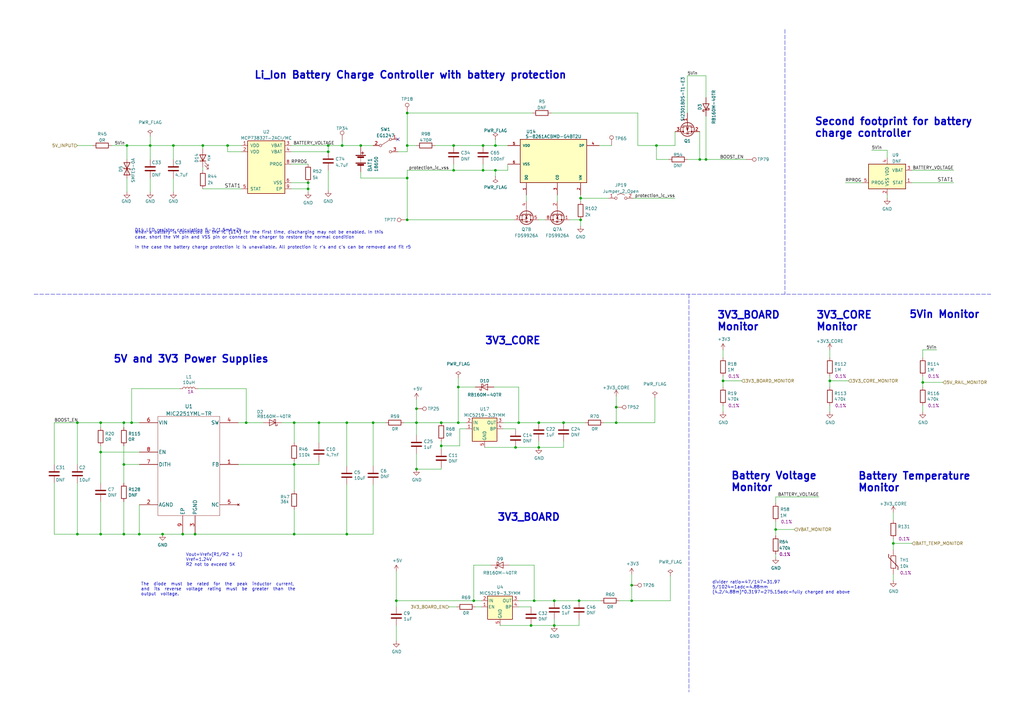
<source format=kicad_sch>
(kicad_sch (version 20211123) (generator eeschema)
  (paper "A3")
  (title_block (title "Open Smart Monitor") (date "2022-07-01") (rev "C") (company "Devtank LTD") (comment 1 "Part No: 304-010"))
  (junction (at 147.955 59.69))
  (junction (at 126.365 74.93))
  (junction (at 289.56 65.405))
  (junction (at 80.01 219.075))
  (junction (at 93.345 59.69))
  (junction (at 296.545 156.21))
  (junction (at 238.125 81.28))
  (junction (at 142.24 219.075))
  (junction (at 220.98 183.515))
  (junction (at 237.49 246.38))
  (junction (at 167.005 73.025))
  (junction (at 61.595 59.69))
  (junction (at 186.055 59.69))
  (junction (at 120.65 190.5))
  (junction (at 120.65 219.075))
  (junction (at 259.08 246.38))
  (junction (at 134.62 59.69))
  (junction (at 198.12 69.85))
  (junction (at 41.275 219.075))
  (junction (at 378.46 156.845))
  (junction (at 50.8 219.075))
  (junction (at 167.005 46.355))
  (junction (at 170.815 173.355))
  (junction (at 252.73 173.355))
  (junction (at 41.275 173.355))
  (junction (at 227.33 246.38))
  (junction (at 153.035 173.355))
  (junction (at 318.135 217.17))
  (junction (at 134.62 62.23))
  (junction (at 227.33 256.54))
  (junction (at 186.055 69.85))
  (junction (at 231.14 173.355))
  (junction (at 50.8 173.355))
  (junction (at 269.24 59.69))
  (junction (at 170.815 192.405))
  (junction (at 52.07 59.69))
  (junction (at 211.455 183.515))
  (junction (at 366.395 222.885))
  (junction (at 31.75 173.355))
  (junction (at 162.56 246.38))
  (junction (at 287.02 65.405))
  (junction (at 340.36 156.21))
  (junction (at 120.65 173.355))
  (junction (at 167.005 90.17))
  (junction (at 220.98 173.355))
  (junction (at 219.075 246.38))
  (junction (at 198.12 59.69))
  (junction (at 187.96 173.355))
  (junction (at 126.365 77.47))
  (junction (at 66.675 219.075))
  (junction (at 50.8 190.5))
  (junction (at 170.815 167.64))
  (junction (at 238.125 90.17))
  (junction (at 83.185 59.69))
  (junction (at 180.975 182.88))
  (junction (at 259.08 240.03))
  (junction (at 71.12 59.69))
  (junction (at 203.2 69.85))
  (junction (at 130.81 173.355))
  (junction (at 140.335 59.69))
  (junction (at 142.24 173.355))
  (junction (at 187.96 158.75))
  (junction (at 31.75 219.075))
  (junction (at 203.2 59.69))
  (junction (at 180.975 173.355))
  (junction (at 194.31 246.38))
  (junction (at 41.275 185.42))
  (junction (at 167.005 59.69))
  (junction (at 53.975 173.355))
  (junction (at 100.965 173.355))
  (junction (at 212.725 173.355))
  (junction (at 252.73 167.005))
  (junction (at 217.805 256.54))
  (junction (at 57.15 219.075))
  (junction (at 74.93 219.075))
  (no_connect (at 163.195 57.15))
  (wire (pts (xy 180.975 192.405) (xy 180.975 191.77)))
  (wire (pts (xy 120.65 201.295) (xy 120.65 190.5)))
  (wire (pts (xy 153.035 59.69) (xy 147.955 59.69)))
  (wire (pts (xy 340.36 166.37) (xy 340.36 168.91)))
  (wire (pts (xy 231.14 180.975) (xy 231.14 183.515)))
  (wire (pts (xy 274.955 236.22) (xy 274.955 246.38)))
  (wire (pts (xy 206.375 173.355) (xy 212.725 173.355)))
  (wire (pts (xy 120.65 173.355) (xy 130.81 173.355)))
  (wire (pts (xy 194.31 231.775) (xy 194.31 246.38)))
  (wire (pts (xy 281.94 65.405) (xy 287.02 65.405)))
  (wire (pts (xy 217.805 256.54) (xy 205.105 256.54)))
  (wire (pts (xy 71.12 78.74) (xy 71.12 73.025)))
  (wire (pts (xy 269.24 65.405) (xy 274.32 65.405)))
  (wire (pts (xy 296.545 156.21) (xy 304.165 156.21)))
  (wire (pts (xy 249.555 81.28) (xy 238.125 81.28)))
  (wire (pts (xy 269.24 59.69) (xy 276.86 59.69)))
  (wire (pts (xy 170.815 173.355) (xy 180.975 173.355)))
  (wire (pts (xy 363.855 81.28) (xy 363.855 80.01)))
  (wire (pts (xy 340.36 156.21) (xy 347.98 156.21)))
  (wire (pts (xy 165.735 173.355) (xy 170.815 173.355)))
  (wire (pts (xy 153.035 219.075) (xy 142.24 219.075)))
  (wire (pts (xy 219.075 246.38) (xy 227.33 246.38)))
  (wire (pts (xy 227.33 246.38) (xy 237.49 246.38)))
  (wire (pts (xy 130.81 181.61) (xy 130.81 173.355)))
  (wire (pts (xy 100.965 159.385) (xy 100.965 173.355)))
  (wire (pts (xy 120.65 173.355) (xy 120.65 181.61)))
  (wire (pts (xy 99.06 77.47) (xy 83.185 77.47)))
  (wire (pts (xy 186.055 69.85) (xy 198.12 69.85)))
  (wire (pts (xy 170.815 178.435) (xy 170.815 173.355)))
  (wire (pts (xy 289.56 31.115) (xy 289.56 40.005)))
  (wire (pts (xy 158.115 173.355) (xy 153.035 173.355)))
  (wire (pts (xy 212.725 158.75) (xy 212.725 173.355)))
  (wire (pts (xy 163.195 62.23) (xy 167.005 62.23)))
  (wire (pts (xy 66.675 219.075) (xy 74.93 219.075)))
  (wire (pts (xy 162.56 246.38) (xy 194.31 246.38)))
  (wire (pts (xy 203.2 57.15) (xy 203.2 59.69)))
  (wire (pts (xy 100.965 173.355) (xy 107.95 173.355)))
  (wire (pts (xy 366.395 210.185) (xy 366.395 213.36)))
  (wire (pts (xy 233.68 90.17) (xy 238.125 90.17)))
  (wire (pts (xy 120.65 219.075) (xy 120.65 208.915)))
  (wire (pts (xy 119.38 62.23) (xy 134.62 62.23)))
  (wire (pts (xy 22.225 173.355) (xy 31.75 173.355)))
  (wire (pts (xy 119.38 74.93) (xy 126.365 74.93)))
  (wire (pts (xy 52.07 59.69) (xy 61.595 59.69)))
  (wire (pts (xy 220.98 90.17) (xy 223.52 90.17)))
  (wire (pts (xy 31.75 198.12) (xy 31.75 219.075)))
  (wire (pts (xy 318.135 217.17) (xy 325.755 217.17)))
  (wire (pts (xy 57.15 173.355) (xy 53.975 173.355)))
  (wire (pts (xy 188.595 175.895) (xy 191.135 175.895)))
  (wire (pts (xy 119.38 59.69) (xy 134.62 59.69)))
  (wire (pts (xy 318.135 219.71) (xy 318.135 217.17)))
  (wire (pts (xy 167.005 90.17) (xy 210.82 90.17)))
  (polyline (pts (xy 321.945 12.065) (xy 321.945 120.65)))
  (wire (pts (xy 366.395 222.885) (xy 374.015 222.885)))
  (wire (pts (xy 52.07 65.405) (xy 52.07 59.69)))
  (wire (pts (xy 93.345 62.23) (xy 93.345 59.69)))
  (wire (pts (xy 363.855 64.77) (xy 363.855 61.595)))
  (wire (pts (xy 167.005 69.85) (xy 186.055 69.85)))
  (wire (pts (xy 261.62 59.69) (xy 261.62 46.355)))
  (wire (pts (xy 231.14 183.515) (xy 220.98 183.515)))
  (wire (pts (xy 170.815 192.405) (xy 180.975 192.405)))
  (wire (pts (xy 246.38 246.38) (xy 237.49 246.38)))
  (wire (pts (xy 261.62 59.69) (xy 269.24 59.69)))
  (wire (pts (xy 80.01 219.075) (xy 120.65 219.075)))
  (wire (pts (xy 130.81 190.5) (xy 120.65 190.5)))
  (wire (pts (xy 378.46 143.51) (xy 384.175 143.51)))
  (wire (pts (xy 170.815 59.69) (xy 167.005 59.69)))
  (wire (pts (xy 147.955 60.325) (xy 147.955 59.69)))
  (wire (pts (xy 162.56 256.54) (xy 162.56 262.89)))
  (wire (pts (xy 219.075 231.775) (xy 219.075 246.38)))
  (wire (pts (xy 147.955 73.025) (xy 167.005 73.025)))
  (wire (pts (xy 238.125 90.17) (xy 238.125 92.71)))
  (wire (pts (xy 170.815 186.055) (xy 170.815 192.405)))
  (wire (pts (xy 202.565 158.75) (xy 212.725 158.75)))
  (wire (pts (xy 366.395 235.585) (xy 366.395 238.125)))
  (polyline (pts (xy 282.575 120.65) (xy 282.575 283.845)))
  (wire (pts (xy 276.86 53.975) (xy 276.86 59.69)))
  (wire (pts (xy 318.135 228.6) (xy 318.135 227.33)))
  (wire (pts (xy 119.38 67.31) (xy 126.365 67.31)))
  (wire (pts (xy 81.28 159.385) (xy 100.965 159.385)))
  (wire (pts (xy 212.725 248.92) (xy 217.805 248.92)))
  (wire (pts (xy 80.01 219.075) (xy 74.93 219.075)))
  (wire (pts (xy 31.75 59.69) (xy 38.1 59.69)))
  (wire (pts (xy 41.275 173.355) (xy 50.8 173.355)))
  (wire (pts (xy 237.49 254) (xy 237.49 256.54)))
  (wire (pts (xy 45.72 59.69) (xy 52.07 59.69)))
  (wire (pts (xy 83.185 68.58) (xy 83.185 69.85)))
  (wire (pts (xy 211.455 183.515) (xy 198.755 183.515)))
  (wire (pts (xy 247.65 173.355) (xy 252.73 173.355)))
  (wire (pts (xy 346.71 74.93) (xy 353.695 74.93)))
  (wire (pts (xy 187.96 173.355) (xy 191.135 173.355)))
  (wire (pts (xy 57.15 219.075) (xy 66.675 219.075)))
  (wire (pts (xy 198.12 59.69) (xy 203.2 59.69)))
  (wire (pts (xy 218.44 46.355) (xy 167.005 46.355)))
  (wire (pts (xy 71.12 65.405) (xy 71.12 59.69)))
  (wire (pts (xy 281.94 31.115) (xy 281.94 46.355)))
  (wire (pts (xy 194.31 246.38) (xy 197.485 246.38)))
  (wire (pts (xy 162.56 234.315) (xy 162.56 246.38)))
  (wire (pts (xy 269.24 59.69) (xy 269.24 65.405)))
  (wire (pts (xy 142.24 173.355) (xy 153.035 173.355)))
  (wire (pts (xy 296.545 143.51) (xy 296.545 146.685)))
  (wire (pts (xy 167.005 59.69) (xy 167.005 62.23)))
  (wire (pts (xy 240.03 173.355) (xy 231.14 173.355)))
  (wire (pts (xy 50.8 173.355) (xy 53.975 173.355)))
  (wire (pts (xy 186.055 59.69) (xy 198.12 59.69)))
  (wire (pts (xy 268.605 163.195) (xy 268.605 173.355)))
  (wire (pts (xy 226.06 46.355) (xy 261.62 46.355)))
  (wire (pts (xy 289.56 65.405) (xy 306.07 65.405)))
  (wire (pts (xy 41.275 205.74) (xy 41.275 219.075)))
  (wire (pts (xy 187.96 158.75) (xy 187.96 154.94)))
  (wire (pts (xy 215.9 82.55) (xy 215.9 80.01)))
  (wire (pts (xy 340.36 158.75) (xy 340.36 156.21)))
  (wire (pts (xy 201.295 231.775) (xy 194.31 231.775)))
  (wire (pts (xy 167.005 46.355) (xy 167.005 59.69)))
  (wire (pts (xy 61.595 78.74) (xy 61.595 73.025)))
  (wire (pts (xy 212.725 173.355) (xy 220.98 173.355)))
  (wire (pts (xy 378.46 146.685) (xy 378.46 143.51)))
  (wire (pts (xy 366.395 222.885) (xy 366.395 220.98)))
  (wire (pts (xy 289.56 47.625) (xy 289.56 65.405)))
  (wire (pts (xy 115.57 173.355) (xy 120.65 173.355)))
  (wire (pts (xy 153.035 198.755) (xy 153.035 219.075)))
  (wire (pts (xy 142.24 191.135) (xy 142.24 173.355)))
  (wire (pts (xy 178.435 59.69) (xy 186.055 59.69)))
  (wire (pts (xy 170.815 173.355) (xy 170.815 167.64)))
  (wire (pts (xy 237.49 256.54) (xy 227.33 256.54)))
  (wire (pts (xy 57.15 190.5) (xy 50.8 190.5)))
  (wire (pts (xy 57.15 185.42) (xy 41.275 185.42)))
  (wire (pts (xy 140.335 59.69) (xy 147.955 59.69)))
  (wire (pts (xy 130.81 173.355) (xy 142.24 173.355)))
  (wire (pts (xy 57.15 219.075) (xy 57.15 207.01)))
  (wire (pts (xy 134.62 59.69) (xy 140.335 59.69)))
  (wire (pts (xy 41.275 182.88) (xy 41.275 185.42)))
  (wire (pts (xy 259.08 235.585) (xy 259.08 240.03)))
  (polyline (pts (xy 13.97 120.65) (xy 406.4 120.65)))
  (wire (pts (xy 52.07 78.74) (xy 52.07 73.025)))
  (wire (pts (xy 22.225 219.075) (xy 31.75 219.075)))
  (wire (pts (xy 31.75 219.075) (xy 41.275 219.075)))
  (wire (pts (xy 71.12 59.69) (xy 83.185 59.69)))
  (wire (pts (xy 41.275 175.26) (xy 41.275 173.355)))
  (wire (pts (xy 378.46 156.845) (xy 386.715 156.845)))
  (wire (pts (xy 357.505 61.595) (xy 363.855 61.595)))
  (wire (pts (xy 170.815 163.83) (xy 170.815 167.64)))
  (wire (pts (xy 61.595 65.405) (xy 61.595 59.69)))
  (wire (pts (xy 50.8 219.075) (xy 57.15 219.075)))
  (wire (pts (xy 259.715 81.28) (xy 276.86 81.28)))
  (wire (pts (xy 180.975 182.88) (xy 180.975 184.15)))
  (wire (pts (xy 142.24 198.755) (xy 142.24 219.075)))
  (wire (pts (xy 61.595 59.69) (xy 61.595 55.88)))
  (wire (pts (xy 203.2 59.69) (xy 208.28 59.69)))
  (wire (pts (xy 50.8 182.88) (xy 50.8 190.5)))
  (wire (pts (xy 374.015 74.93) (xy 391.16 74.93)))
  (wire (pts (xy 126.365 77.47) (xy 126.365 74.93)))
  (wire (pts (xy 254 246.38) (xy 259.08 246.38)))
  (wire (pts (xy 259.08 246.38) (xy 274.955 246.38)))
  (wire (pts (xy 378.46 156.845) (xy 378.46 158.75)))
  (wire (pts (xy 238.125 81.28) (xy 238.125 80.01)))
  (wire (pts (xy 228.6 82.55) (xy 228.6 80.01)))
  (wire (pts (xy 296.545 156.21) (xy 296.545 154.305)))
  (wire (pts (xy 318.135 217.17) (xy 318.135 213.995)))
  (wire (pts (xy 281.94 31.115) (xy 289.56 31.115)))
  (wire (pts (xy 208.915 231.775) (xy 219.075 231.775)))
  (wire (pts (xy 374.015 69.85) (xy 391.16 69.85)))
  (wire (pts (xy 22.225 198.12) (xy 22.225 219.075)))
  (wire (pts (xy 198.12 67.31) (xy 198.12 69.85)))
  (wire (pts (xy 318.135 203.835) (xy 318.135 206.375)))
  (wire (pts (xy 366.395 225.425) (xy 366.395 222.885)))
  (wire (pts (xy 220.98 173.355) (xy 231.14 173.355)))
  (wire (pts (xy 93.345 62.23) (xy 99.06 62.23)))
  (wire (pts (xy 53.975 159.385) (xy 73.66 159.385)))
  (wire (pts (xy 340.36 156.21) (xy 340.36 154.305)))
  (wire (pts (xy 188.595 182.88) (xy 188.595 175.895)))
  (wire (pts (xy 186.055 67.31) (xy 186.055 69.85)))
  (wire (pts (xy 162.56 246.38) (xy 162.56 248.92)))
  (wire (pts (xy 167.005 73.025) (xy 167.005 69.85)))
  (wire (pts (xy 83.185 59.69) (xy 83.185 60.96)))
  (wire (pts (xy 120.65 219.075) (xy 142.24 219.075)))
  (wire (pts (xy 208.28 67.31) (xy 208.28 69.85)))
  (wire (pts (xy 53.975 173.355) (xy 53.975 159.385)))
  (wire (pts (xy 31.75 173.355) (xy 41.275 173.355)))
  (wire (pts (xy 220.98 180.975) (xy 220.98 183.515)))
  (wire (pts (xy 61.595 59.69) (xy 71.12 59.69)))
  (wire (pts (xy 22.225 190.5) (xy 22.225 173.355)))
  (wire (pts (xy 167.005 90.17) (xy 167.005 73.025)))
  (wire (pts (xy 378.46 168.91) (xy 378.46 166.37)))
  (wire (pts (xy 318.135 203.835) (xy 335.915 203.835)))
  (wire (pts (xy 206.375 175.895) (xy 211.455 175.895)))
  (wire (pts (xy 296.545 166.37) (xy 296.545 168.91)))
  (wire (pts (xy 93.345 59.69) (xy 99.06 59.69)))
  (wire (pts (xy 187.325 248.92) (xy 184.15 248.92)))
  (wire (pts (xy 217.805 256.54) (xy 227.33 256.54)))
  (wire (pts (xy 41.275 198.12) (xy 41.275 185.42)))
  (wire (pts (xy 130.81 189.23) (xy 130.81 190.5)))
  (wire (pts (xy 296.545 158.75) (xy 296.545 156.21)))
  (wire (pts (xy 120.65 189.23) (xy 120.65 190.5)))
  (wire (pts (xy 238.125 82.55) (xy 238.125 81.28)))
  (wire (pts (xy 194.945 248.92) (xy 197.485 248.92)))
  (wire (pts (xy 153.035 191.135) (xy 153.035 173.355)))
  (wire (pts (xy 203.2 72.39) (xy 203.2 69.85)))
  (wire (pts (xy 208.28 69.85) (xy 203.2 69.85)))
  (wire (pts (xy 180.975 173.355) (xy 187.96 173.355)))
  (wire (pts (xy 134.62 59.69) (xy 134.62 62.23)))
  (wire (pts (xy 180.975 180.975) (xy 180.975 182.88)))
  (wire (pts (xy 245.745 59.69) (xy 250.825 59.69)))
  (wire (pts (xy 83.185 59.69) (xy 93.345 59.69)))
  (wire (pts (xy 126.365 78.74) (xy 126.365 77.47)))
  (wire (pts (xy 252.73 162.56) (xy 252.73 167.005)))
  (wire (pts (xy 252.73 173.355) (xy 268.605 173.355)))
  (wire (pts (xy 194.945 158.75) (xy 187.96 158.75)))
  (wire (pts (xy 340.36 143.51) (xy 340.36 146.685)))
  (wire (pts (xy 147.955 70.485) (xy 147.955 73.025)))
  (wire (pts (xy 259.08 240.03) (xy 259.08 246.38)))
  (wire (pts (xy 212.725 246.38) (xy 219.075 246.38)))
  (wire (pts (xy 180.975 182.88) (xy 188.595 182.88)))
  (wire (pts (xy 41.275 219.075) (xy 50.8 219.075)))
  (wire (pts (xy 252.73 167.005) (xy 252.73 173.355)))
  (wire (pts (xy 134.62 69.85) (xy 134.62 78.105)))
  (wire (pts (xy 97.79 190.5) (xy 120.65 190.5)))
  (wire (pts (xy 227.33 254) (xy 227.33 256.54)))
  (wire (pts (xy 140.335 59.69) (xy 140.335 57.785)))
  (wire (pts (xy 187.96 158.75) (xy 187.96 173.355)))
  (wire (pts (xy 50.8 175.26) (xy 50.8 173.355)))
  (wire (pts (xy 119.38 77.47) (xy 126.365 77.47)))
  (wire (pts (xy 287.02 65.405) (xy 289.56 65.405)))
  (wire (pts (xy 97.79 173.355) (xy 100.965 173.355)))
  (wire (pts (xy 50.8 190.5) (xy 50.8 198.12)))
  (wire (pts (xy 50.8 205.74) (xy 50.8 219.075)))
  (wire (pts (xy 378.46 156.845) (xy 378.46 154.305)))
  (wire (pts (xy 211.455 183.515) (xy 220.98 183.515)))
  (wire (pts (xy 287.02 53.975) (xy 287.02 65.405)))
  (wire (pts (xy 31.75 190.5) (xy 31.75 173.355)))
  (wire (pts (xy 198.12 69.85) (xy 203.2 69.85)))
  (text "Vout=Vrefx(R1/R2 + 1)\nVref=1.24V\nR2 not to exceed 5K\n" (at 76.2 232.41 0) (effects (font (size 1.27 1.27)) (justify left bottom)))
  (text "Li_Ion Battery Charge Controller with battery protection\n\n" (at 104.14 37.465 0) (effects (font (size 2.9972 2.9972) (thickness 0.5994) bold) (justify left bottom)))
  (text "3V3_CORE\nMonitor" (at 334.645 135.89 0) (effects (font (size 2.9972 2.9972) (thickness 0.5994) bold) (justify left bottom)))
  (text "To do\n-unsure aboiut how to implemnt tristate status output on mcp battery charge controller\n" (at -111.76 76.835 0) (effects (font (size 1.27 1.27)) (justify left bottom)))
  (text "5Vin Monitor" (at 372.745 130.81 0) (effects (font (size 2.9972 2.9972) (thickness 0.5994) bold) (justify left bottom)))
  (text "5V and 3V3 Power Supplies\n\n\n" (at 46.355 158.75 0) (effects (font (size 2.9972 2.9972) (thickness 0.5994) bold) (justify left bottom)))
  (text "3V3_BOARD" (at 203.835 213.995 0) (effects (font (size 2.9972 2.9972) (thickness 0.5994) bold) (justify left bottom)))
  (text "3V3_BOARD\nMonitor" (at 294.005 135.89 0) (effects (font (size 2.9972 2.9972) (thickness 0.5994) bold) (justify left bottom)))
  (text "divider ratio=47/147=31.97\n5/1024=1adc=4.88mm\n(4.2/4.88m)*0.3197=275.15adc=fully charged and above\n\n" (at 292.1 245.745 0) (effects (font (size 1.27 1.27)) (justify left bottom)))
  (text "Battery Temperature\nMonitor" (at 351.79 201.93 0) (effects (font (size 2.9972 2.9972) (thickness 0.5994) bold) (justify left bottom)))
  (text "Second footprint for battery\ncharge controller" (at 334.01 56.515 0) (effects (font (size 3 3) (thickness 0.6) bold) (justify left bottom)))
  (text "When a battery is connected to the IC (u14) for the first time, discharging may not be enabled. In this\ncase, short the VM pin and VSS pin or connect the charger to restore the normal condition\n\nIn the case the battery charge protection ic is unavailable. All protection ic r's and c's can be removed and fit r5" (at 55.245 102.235 0) (effects (font (size 1.27 1.27)) (justify left bottom)))
  (text "D14 LED resistor calculation 5-2/1.5mA=2k" (at 55.245 95.25 0) (effects (font (size 1.27 1.27)) (justify left bottom)))
  (text "3V3_CORE" (at 198.755 141.605 0) (effects (font (size 2.9972 2.9972) (thickness 0.5994) bold) (justify left bottom)))
  (text "The  diode  must  be  rated  for  the  peak  inductor  current,  \nand  its  reverse  voltage  rating  must  be  greater  than  the  \noutput  voltage.\n" (at 57.785 244.475 0) (effects (font (size 1.27 1.27)) (justify left bottom)))
  (text "Battery Voltage\nMonitor\n\n\n" (at 299.72 211.455 0) (effects (font (size 2.9972 2.9972) (thickness 0.5994) bold) (justify left bottom)))
  (label "5Vin" (at 46.99 59.69 0))
  (label "5Vin" (at 384.175 143.51 180))
  (label "BATTERY_VOLTAGE" (at 137.16 59.69 180))
  (label "STAT1" (at 391.16 74.93 180) (effects (font (size 1.524 1.524))))
  (label "BOOST_EN" (at 295.275 65.405 0))
  (label "5Vin" (at 357.505 61.595 0))
  (label "BATTERY_VOLTAGE" (at 335.915 203.835 180))
  (label "protection_ic_vss" (at 184.15 69.85 180))
  (label "BATTERY_VOLTAGE" (at 391.16 69.85 180))
  (label "5Vin" (at 281.94 31.115 0))
  (label "STAT1" (at 92.075 77.47 0) (effects (font (size 1.524 1.524))))
  (label "protection_ic_vss" (at 276.86 81.28 180))
  (label "RPROG" (at 119.38 67.31 0))
  (label "RPROG" (at 346.71 74.93 0))
  (label "BOOST_EN" (at 22.225 173.355 0))
  (hierarchical_label "5V_INPUT" (shape input) (at 31.75 59.69 180))
  (hierarchical_label "3V3_BOARD_EN" (shape input) (at 184.15 248.92 180))
  (hierarchical_label "BATT_TEMP_MONITOR" (shape input) (at 374.015 222.885 0))
  (hierarchical_label "5V_RAIL_MONITOR" (shape input) (at 386.715 156.845 0))
  (hierarchical_label "3V3_BOARD_MONITOR" (shape input) (at 304.165 156.21 0))
  (hierarchical_label "VBAT_MONITOR" (shape input) (at 325.755 217.17 0))
  (hierarchical_label "3V3_CORE_MONITOR" (shape input) (at 347.98 156.21 0))
  (symbol (lib_id "Device:R") (at 278.13 65.405 90) (unit 1)
    (property "Reference" "R54" (at 278.13 63.5 90))
    (property "Value" "DNF" (at 278.13 67.945 90))
    (property "Footprint" "Resistor_SMD:R_0603_1608Metric" (effects hide))
    (property "Fieldname 1" "Value 1" (effects hide))
    (property "Fieldname2" "Value2" (effects hide))
    (property "Fieldname3" "Value3" (effects hide))
  )
  (symbol (lib_id "Device:Battery") (at 147.955 65.405 0) (unit 1)
    (property "Reference" "BAT1" (at 151.765 70.485 90) (effects (font (size 1.524 1.524)) (justify left)))
    (property "Value" "18650" (at 154.305 70.485 90) (effects (font (size 1.2954 1.2954)) (justify left)))
    (property "Footprint" "Devtank_PCB_lib:BatteryHolder_Keystone_1042_1x18650" (effects hide))
    (property "Fieldname 1" "Value 1" (effects hide))
    (property "Fieldname2" "Value2" (effects hide))
    (property "Fieldname3" "Value3" (effects hide))
  )
  (symbol (lib_id "Device:R") (at 83.185 73.66 0) (unit 1)
    (property "Reference" "R44" (at 85.09 72.39 0) (effects (justify left)))
    (property "Value" "2k" (at 85.09 74.93 0) (effects (justify left)))
    (property "Footprint" "Resistor_SMD:R_0603_1608Metric" (effects hide))
    (property "Fieldname 1" "Value 1" (effects hide))
    (property "Fieldname2" "Value2" (effects hide))
    (property "Fieldname3" "Value3" (effects hide))
  )
  (symbol (lib_id "Device:LED") (at 83.185 64.77 90) (unit 1)
    (property "Reference" "D14" (at 80.645 62.865 0) (effects (justify right)))
    (property "Value" "YLW" (at 85.725 63.5 0) (effects (font (size 0.889 0.889)) (justify right)))
    (property "Footprint" "Devtank_PCB_lib:LED_Rectangular_W4.5mm_H7.3mm_Horizontal_2.54mm_Z3.0mm" (effects hide))
    (property "Fieldname 1" "Value 1" (effects hide))
    (property "Fieldname2" "Value2" (effects hide))
    (property "Fieldname3" "Value3" (effects hide))
  )
  (symbol (lib_id "power:GND") (at 71.12 78.74 0) (unit 1)
    (property "Reference" "#PWR025" (effects hide))
    (property "Value" "GND" (at 71.12 82.55 0))
  )
  (symbol (lib_id "Device:C") (at 71.12 69.215 0) (unit 1)
    (property "Reference" "C3" (at 71.755 66.675 0) (effects (justify left)))
    (property "Value" "4.7uF" (at 71.755 71.755 0) (effects (justify left)))
    (property "Footprint" "Capacitor_SMD:C_0402_1005Metric" (effects hide))
    (property "Package" "0805" (effects hide))
  )
  (symbol (lib_id "OSM_env01-rescue:L-device-ESP32-EVB_Rev_D-rescue") (at 77.47 159.385 90) (unit 1)
    (property "Reference" "L1" (at 77.47 154.559 90))
    (property "Value" "10uH" (at 77.47 156.8704 90))
    (property "Footprint" "Inductor_SMD:L_1812_4532Metric" (effects hide))
    (property "Current" "1A" (at 78.105 160.655 90))
  )
  (symbol (lib_id "Device:R") (at 120.65 185.42 0) (unit 1)
    (property "Reference" "R46" (at 122.428 184.2516 0) (effects (justify left)))
    (property "Value" "110k" (at 122.428 186.563 0) (effects (justify left)))
    (property "Footprint" "Resistor_SMD:R_0603_1608Metric" (effects hide))
  )
  (symbol (lib_id "Device:R") (at 120.65 205.105 0) (unit 1)
    (property "Reference" "R47" (at 114.935 203.835 0) (effects (justify left)))
    (property "Value" "36k" (at 114.935 205.74 0) (effects (justify left)))
    (property "Footprint" "Resistor_SMD:R_0603_1608Metric" (effects hide))
  )
  (symbol (lib_id "Device:C") (at 142.24 194.945 0) (unit 1)
    (property "Reference" "C5" (at 145.161 193.7766 0) (effects (justify left)))
    (property "Value" "10uF" (at 145.161 196.088 0) (effects (justify left)))
    (property "Footprint" "Capacitor_SMD:C_0603_1608Metric" (effects hide))
  )
  (symbol (lib_id "Device:C") (at 31.75 194.31 0) (unit 1)
    (property "Reference" "C2" (at 32.385 191.77 0) (effects (justify left)))
    (property "Value" "10uF" (at 32.385 196.85 0) (effects (justify left)))
    (property "Footprint" "Capacitor_SMD:C_0603_1608Metric" (effects hide))
    (property "Voltage" "10V" (effects hide))
  )
  (symbol (lib_id "OSM_env01-rescue:D_Schottky-device-ESP32-EVB_Rev_D-rescue") (at 111.76 173.355 180) (unit 1)
    (property "Reference" "D2" (at 106.68 168.91 0))
    (property "Value" "RB160M-40TR" (at 112.395 170.815 0))
    (property "Footprint" "Diode_SMD:D_SOD-123" (effects hide))
  )
  (symbol (lib_id "Device:C") (at 153.035 194.945 0) (unit 1)
    (property "Reference" "C6" (at 155.956 193.1416 0) (effects (justify left)))
    (property "Value" "DNF" (at 155.956 195.453 0) (effects (justify left)))
    (property "Footprint" "Capacitor_SMD:C_0603_1608Metric" (effects hide))
  )
  (symbol (lib_id "OSM_env01-rescue:SI2301BDS-T1-E3-Devtank-ESP32-EVB_Rev_D-rescue") (at 281.94 51.435 90) (mirror x) (unit 1)
    (property "Reference" "Q1" (at 281.94 57.8104 90))
    (property "Value" "SI2301BDS-T1-E3" (at 280.035 40.64 0))
    (property "Footprint" "Package_TO_SOT_SMD:SOT-23" (effects hide))
    (property "Datasheet" "https://www.fairchildsemi.com/datasheets/BS/BSS138.pdf" (effects hide))
  )
  (symbol (lib_id "Device:D_Schottky") (at 289.56 43.815 90) (unit 1)
    (property "Reference" "D3" (at 287.02 42.545 0) (effects (justify right)))
    (property "Value" "RB160M-40TR" (at 292.735 36.83 0) (effects (justify right)))
    (property "Footprint" "Diode_SMD:D_SOD-123" (effects hide))
  )
  (symbol (lib_id "OSM_env01-rescue:Test_Point-Connector-ESP32-EVB_Rev_D-rescue") (at 170.815 167.64 270) (unit 1)
    (property "Reference" "TP25" (at 177.8 167.64 90))
    (property "Value" "Test_Point" (effects hide))
    (property "Footprint" "TestPoint:TestPoint_THTPad_D1.0mm_Drill0.5mm" (effects hide))
  )
  (symbol (lib_id "power:+3V3") (at 259.08 235.585 0) (unit 1)
    (property "Reference" "#PWR041" (effects hide))
    (property "Value" "+3V3" (at 259.461 231.1908 0))
  )
  (symbol (lib_id "power:+5V") (at 170.815 163.83 0) (unit 1)
    (property "Reference" "#PWR030" (effects hide))
    (property "Value" "+5V" (at 171.196 159.4358 0))
  )
  (symbol (lib_id "Device:R") (at 318.135 210.185 0) (unit 1)
    (property "Reference" "R58" (at 321.945 208.915 0))
    (property "Value" "1M" (at 321.31 211.455 0))
    (property "Footprint" "Resistor_SMD:R_0603_1608Metric" (effects hide))
    (property "Tolerance" "0.1%" (at 322.58 213.995 0))
  )
  (symbol (lib_id "Device:R") (at 318.135 223.52 0) (unit 1)
    (property "Reference" "R64" (at 319.405 222.25 0) (effects (justify left)))
    (property "Value" "470k" (at 319.405 224.79 0) (effects (justify left)))
    (property "Footprint" "Resistor_SMD:R_0603_1608Metric" (effects hide))
    (property "Tolerance" "0.1%" (at 321.945 227.33 0))
  )
  (symbol (lib_id "power:GND") (at 318.135 228.6 0) (unit 1)
    (property "Reference" "#PWR044" (effects hide))
    (property "Value" "GND" (at 318.262 232.9942 0))
  )
  (symbol (lib_id "OSM_env01-rescue:Test_Point-Connector-ESP32-EVB_Rev_D-rescue") (at 306.07 65.405 270) (unit 1)
    (property "Reference" "TP79" (at 313.055 65.405 90))
    (property "Value" "Test_Point" (effects hide))
    (property "Footprint" "TestPoint:TestPoint_THTPad_D1.0mm_Drill0.5mm" (effects hide))
  )
  (symbol (lib_id "OSM_env01-rescue:Test_Point-Connector-ESP32-EVB_Rev_D-rescue") (at 259.08 240.03 270) (unit 1)
    (property "Reference" "TP26" (at 266.065 240.03 90))
    (property "Value" "Test_Point" (effects hide))
    (property "Footprint" "TestPoint:TestPoint_THTPad_D1.0mm_Drill0.5mm" (effects hide))
  )
  (symbol (lib_id "Device:C") (at 130.81 185.42 0) (unit 1)
    (property "Reference" "C10" (at 133.731 184.2516 0) (effects (justify left)))
    (property "Value" "4.7nF" (at 133.731 186.563 0) (effects (justify left)))
    (property "Footprint" "Capacitor_SMD:C_0402_1005Metric" (effects hide))
  )
  (symbol (lib_id "Device:R") (at 41.275 179.07 0) (unit 1)
    (property "Reference" "R20" (at 43.053 177.9016 0) (effects (justify left)))
    (property "Value" "0R" (at 43.053 180.213 0) (effects (justify left)))
    (property "Footprint" "Resistor_SMD:R_0603_1608Metric" (effects hide))
  )
  (symbol (lib_id "Device:C") (at 41.275 201.93 0) (unit 1)
    (property "Reference" "C7" (at 44.196 200.7616 0) (effects (justify left)))
    (property "Value" "DNF" (at 44.196 203.073 0) (effects (justify left)))
    (property "Footprint" "Capacitor_SMD:C_0603_1608Metric" (effects hide))
  )
  (symbol (lib_id "Device:D_TVS") (at 52.07 69.215 270) (unit 1)
    (property "Reference" "D5" (at 49.53 67.945 0) (effects (justify left)))
    (property "Value" "SMFE5-0A" (at 54.61 64.77 0) (effects (justify left)))
    (property "Footprint" "Diode_SMD:D_SOD-123" (effects hide))
    (property "Datasheet" "https://en.wikipedia.org/wiki/Transient-voltage-suppression_diode" (effects hide))
  )
  (symbol (lib_id "Device:R") (at 250.19 246.38 270) (mirror x) (unit 1)
    (property "Reference" "R60" (at 248.285 243.84 90) (effects (justify left)))
    (property "Value" "0R" (at 248.92 248.92 90) (effects (justify left)))
    (property "Footprint" "Resistor_SMD:R_0603_1608Metric" (effects hide))
  )
  (symbol (lib_id "Device:C") (at 227.33 250.19 0) (unit 1)
    (property "Reference" "C63" (at 230.251 249.0216 0) (effects (justify left)))
    (property "Value" "1uF" (at 230.251 251.333 0) (effects (justify left)))
    (property "Footprint" "Capacitor_SMD:C_0402_1005Metric" (effects hide))
  )
  (symbol (lib_id "Device:R") (at 161.925 173.355 270) (mirror x) (unit 1)
    (property "Reference" "R59" (at 160.02 170.815 90) (effects (justify left)))
    (property "Value" "0R" (at 160.655 175.895 90) (effects (justify left)))
    (property "Footprint" "Resistor_SMD:R_0603_1608Metric" (effects hide))
  )
  (symbol (lib_id "Device:C") (at 237.49 250.19 0) (unit 1)
    (property "Reference" "C46" (at 240.4872 249.0216 0) (effects (justify left)))
    (property "Value" "DNF" (at 240.4872 251.333 0) (effects (justify left)))
    (property "Footprint" "Capacitor_SMD:C_0603_1608Metric" (effects hide))
  )
  (symbol (lib_id "Device:C") (at 217.805 252.73 0) (unit 1)
    (property "Reference" "C32" (at 220.726 251.5616 0) (effects (justify left)))
    (property "Value" "DNF" (at 220.726 253.873 0) (effects (justify left)))
    (property "Footprint" "Capacitor_SMD:C_0402_1005Metric" (effects hide))
  )
  (symbol (lib_id "Device:C") (at 170.815 182.245 0) (unit 1)
    (property "Reference" "C25" (at 173.736 181.0766 0) (effects (justify left)))
    (property "Value" "1uF" (at 173.736 183.388 0) (effects (justify left)))
    (property "Footprint" "Capacitor_SMD:C_0402_1005Metric" (effects hide))
  )
  (symbol (lib_id "power:GND") (at 227.33 256.54 0) (unit 1)
    (property "Reference" "#PWR0101" (effects hide))
    (property "Value" "GND" (at 227.457 260.9342 0))
  )
  (symbol (lib_id "power:GND") (at 170.815 192.405 0) (unit 1)
    (property "Reference" "#PWR0102" (effects hide))
    (property "Value" "GND" (at 170.942 196.7992 0))
  )
  (symbol (lib_id "Device:R") (at 296.545 150.495 0) (unit 1)
    (property "Reference" "R18" (at 298.323 149.3266 0) (effects (justify left)))
    (property "Value" "1M" (at 298.323 151.638 0) (effects (justify left)))
    (property "Footprint" "Resistor_SMD:R_0603_1608Metric" (effects hide))
    (property "Tolerance" "0.1%" (at 300.99 154.305 0))
  )
  (symbol (lib_id "Device:R") (at 296.545 162.56 0) (unit 1)
    (property "Reference" "R19" (at 298.323 161.3916 0) (effects (justify left)))
    (property "Value" "470k" (at 298.323 163.703 0) (effects (justify left)))
    (property "Footprint" "Resistor_SMD:R_0603_1608Metric" (effects hide))
    (property "Tolerance" "0.1%" (at 300.99 166.37 0))
  )
  (symbol (lib_id "power:GND") (at 296.545 168.91 0) (unit 1)
    (property "Reference" "#PWR0105" (effects hide))
    (property "Value" "GND" (at 296.672 173.3042 0))
  )
  (symbol (lib_id "power:+3V3") (at 296.545 143.51 0) (unit 1)
    (property "Reference" "#PWR0106" (effects hide))
    (property "Value" "+3V3" (at 296.926 139.1158 0))
  )
  (symbol (lib_id "OSM_env01-rescue:Test_Point-Connector-ESP32-EVB_Rev_D-rescue") (at 167.005 46.355 0) (unit 1)
    (property "Reference" "TP18" (at 167.005 40.64 0))
    (property "Value" "Test_Point" (effects hide))
    (property "Footprint" "TestPoint:TestPoint_THTPad_D1.0mm_Drill0.5mm" (effects hide))
  )
  (symbol (lib_id "OSM_env01-rescue:D_Schottky-device-ESP32-EVB_Rev_D-rescue") (at 205.105 231.775 0) (mirror x) (unit 1)
    (property "Reference" "D9" (at 205.105 229.235 0))
    (property "Value" "RB160M-40TR" (at 205.105 234.95 0))
    (property "Footprint" "Diode_SMD:D_SOD-123" (effects hide))
  )
  (symbol (lib_id "power:PWR_FLAG") (at 274.955 236.22 0) (unit 1)
    (property "Reference" "#FLG0109" (effects hide))
    (property "Value" "PWR_FLAG" (at 274.955 230.505 0))
  )
  (symbol (lib_id "power:GND") (at 126.365 78.74 0) (unit 1)
    (property "Reference" "#PWR089" (effects hide))
    (property "Value" "GND" (at 126.365 83.1834 0))
  )
  (symbol (lib_id "power:+5V") (at 162.56 234.315 0) (unit 1)
    (property "Reference" "#PWR038" (effects hide))
    (property "Value" "+5V" (at 162.941 229.9208 0))
  )
  (symbol (lib_id "Device:C") (at 220.98 177.165 0) (unit 1)
    (property "Reference" "C22" (at 223.901 175.9966 0) (effects (justify left)))
    (property "Value" "1uF" (at 223.901 178.308 0) (effects (justify left)))
    (property "Footprint" "Capacitor_SMD:C_0402_1005Metric" (effects hide))
  )
  (symbol (lib_id "Device:R") (at 222.25 46.355 90) (unit 1)
    (property "Reference" "R5" (at 222.25 41.6392 90))
    (property "Value" "DNF" (at 222.25 44.1761 90))
    (property "Footprint" "Resistor_SMD:R_0805_2012Metric" (effects hide))
  )
  (symbol (lib_id "Device:R") (at 340.36 162.56 0) (unit 1)
    (property "Reference" "R113" (at 342.138 161.3916 0) (effects (justify left)))
    (property "Value" "470k" (at 342.138 163.703 0) (effects (justify left)))
    (property "Footprint" "Resistor_SMD:R_0603_1608Metric" (effects hide))
    (property "Tolerance" "0.1%" (at 344.805 166.37 0))
  )
  (symbol (lib_id "power:GND") (at 61.595 78.74 0) (unit 1)
    (property "Reference" "#PWR079" (effects hide))
    (property "Value" "GND" (at 61.595 82.55 0))
  )
  (symbol (lib_id "power:PWR_FLAG") (at 187.96 154.94 0) (unit 1)
    (property "Reference" "#FLG04" (effects hide))
    (property "Value" "PWR_FLAG" (at 187.96 149.2758 0))
  )
  (symbol (lib_id "Device:R") (at 378.46 150.495 0) (unit 1)
    (property "Reference" "R114" (at 380.238 149.3266 0) (effects (justify left)))
    (property "Value" "1M" (at 380.238 151.638 0) (effects (justify left)))
    (property "Footprint" "Resistor_SMD:R_0603_1608Metric" (effects hide))
    (property "Tolerance" "0.1%" (at 382.905 154.305 0))
  )
  (symbol (lib_id "Device:R") (at 50.8 201.93 0) (unit 1)
    (property "Reference" "R128" (at 52.578 200.7616 0) (effects (justify left)))
    (property "Value" "DNF" (at 52.578 203.073 0) (effects (justify left)))
    (property "Footprint" "Resistor_SMD:R_0603_1608Metric" (effects hide))
  )
  (symbol (lib_id "Devtank:MIC2251YML-TR") (at 77.47 190.5 0) (unit 1)
    (property "Reference" "U1" (at 77.47 166.6674 0) (effects (font (size 1.524 1.524))))
    (property "Value" "MIC2251YML-TR" (at 77.47 169.6608 0) (effects (font (size 1.524 1.524))))
    (property "Footprint" "Devtank_PCB_lib:MIC2251YML-TR" (effects hide))
  )
  (symbol (lib_id "Device:R") (at 378.46 162.56 0) (unit 1)
    (property "Reference" "R116" (at 380.238 161.3916 0) (effects (justify left)))
    (property "Value" "470k" (at 380.238 163.703 0) (effects (justify left)))
    (property "Footprint" "Resistor_SMD:R_0603_1608Metric" (effects hide))
    (property "Tolerance" "0.1%" (at 382.905 166.37 0))
  )
  (symbol (lib_id "Transistor_FET:FDS9926A") (at 215.9 87.63 270) (unit 2)
    (property "Reference" "Q7" (at 215.9 94.1054 90))
    (property "Value" "FDS9926A" (at 215.9 96.6423 90))
    (property "Footprint" "Package_SO:SOIC-8_3.9x4.9mm_P1.27mm" (effects hide))
    (property "Datasheet" "https://www.onsemi.com/pub/Collateral/FDS9926A-D.pdf" (effects hide))
  )
  (symbol (lib_id "Connector:TestPoint") (at 250.825 59.69 0) (unit 1)
    (property "Reference" "TP65" (at 252.222 56.8218 0) (effects (justify left)))
    (property "Value" "Test_Point" (effects hide))
    (property "Footprint" "TestPoint:TestPoint_THTPad_D1.0mm_Drill0.5mm" (effects hide))
  )
  (symbol (lib_id "Regulator_Linear:MIC5219-3.3YMM") (at 205.105 248.92 0) (unit 1)
    (property "Reference" "U4" (at 205.105 240.7752 0))
    (property "Value" "MIC5219-3.3YMM" (at 205.105 243.3121 0))
    (property "Footprint" "Package_SO:MSOP-8_3x3mm_P0.65mm" (effects hide))
    (property "Datasheet" "http://ww1.microchip.com/downloads/en/DeviceDoc/MIC5219-500mA-Peak-Output-LDO-Regulator-DS20006021A.pdf" (effects hide))
  )
  (symbol (lib_id "power:GND") (at 162.56 262.89 0) (unit 1)
    (property "Reference" "#PWR040" (effects hide))
    (property "Value" "GND" (at 162.687 267.2842 0))
  )
  (symbol (lib_id "power:GND") (at 366.395 238.125 0) (unit 1)
    (property "Reference" "#PWR087" (effects hide))
    (property "Value" "GND" (at 366.522 242.5192 0))
  )
  (symbol (lib_id "Device:R") (at 126.365 71.12 0) (unit 1)
    (property "Reference" "R52" (at 128.143 70.2853 0) (effects (justify left)))
    (property "Value" "5k" (at 128.143 72.8222 0) (effects (justify left)))
    (property "Footprint" "Resistor_SMD:R_0603_1608Metric" (effects hide))
  )
  (symbol (lib_id "power:GND") (at 363.855 81.28 0) (unit 1)
    (property "Reference" "#PWR028" (effects hide))
    (property "Value" "GND" (at 363.855 85.7234 0))
  )
  (symbol (lib_id "OSM_env01-rescue:Test_Point-Connector-ESP32-EVB_Rev_D-rescue") (at 167.005 90.17 90) (unit 1)
    (property "Reference" "TP77" (at 160.02 90.17 90))
    (property "Value" "Test_Point" (effects hide))
    (property "Footprint" "TestPoint:TestPoint_THTPad_D1.0mm_Drill0.5mm" (effects hide))
  )
  (symbol (lib_id "power:GND") (at 340.36 168.91 0) (unit 1)
    (property "Reference" "#PWR046" (effects hide))
    (property "Value" "GND" (at 340.487 173.3042 0))
  )
  (symbol (lib_id "Device:C") (at 180.975 187.96 0) (unit 1)
    (property "Reference" "C11" (at 183.896 186.7916 0) (effects (justify left)))
    (property "Value" "DNF" (at 183.896 189.103 0) (effects (justify left)))
    (property "Footprint" "Capacitor_SMD:C_0603_1608Metric" (effects hide))
  )
  (symbol (lib_id "power:PWR_FLAG") (at 61.595 55.88 0) (unit 1)
    (property "Reference" "#FLG011" (effects hide))
    (property "Value" "PWR_FLAG" (at 61.595 50.2158 0))
  )
  (symbol (lib_id "Device:Thermistor") (at 366.395 230.505 0) (unit 1)
    (property "Reference" "TH1" (at 369.062 229.6703 0) (effects (justify left)))
    (property "Value" "10k" (at 369.062 232.2072 0) (effects (justify left)))
    (property "Footprint" "Resistor_SMD:R_1206_3216Metric" (effects hide))
    (property "Tolerance" "0.1%" (at 371.475 234.95 0))
  )
  (symbol (lib_id "Device:C") (at 22.225 194.31 0) (unit 1)
    (property "Reference" "C31" (at 22.86 191.77 0) (effects (justify left)))
    (property "Value" "DNF" (at 22.86 196.85 0) (effects (justify left)))
    (property "Footprint" "Capacitor_SMD:C_0603_1608Metric" (effects hide))
    (property "Voltage" "10V" (effects hide))
  )
  (symbol (lib_id "Device:C") (at 162.56 252.73 0) (unit 1)
    (property "Reference" "C9" (at 165.481 251.5616 0) (effects (justify left)))
    (property "Value" "1uF" (at 165.481 253.873 0) (effects (justify left)))
    (property "Footprint" "Capacitor_SMD:C_0402_1005Metric" (effects hide))
  )
  (symbol (lib_id "Jumper:Jumper_2_Open") (at 254.635 81.28 0) (unit 1)
    (property "Reference" "JP19" (at 254.635 75.9292 0))
    (property "Value" "Jumper_2_Open" (at 254.635 78.4661 0))
    (property "Footprint" "Connector_PinHeader_1.27mm:PinHeader_1x02_P1.27mm_Vertical" (effects hide))
  )
  (symbol (lib_id "Devtank:+3V3_CORE") (at 340.36 143.51 0) (unit 1)
    (property "Reference" "#PWR088" (effects hide))
    (property "Value" "+3V3_CORE" (at 340.36 139.9342 0))
  )
  (symbol (lib_id "Device:R") (at 180.975 177.165 0) (unit 1)
    (property "Reference" "R68" (at 182.753 175.9966 0) (effects (justify left)))
    (property "Value" "0R" (at 182.753 178.308 0) (effects (justify left)))
    (property "Footprint" "Resistor_SMD:R_0603_1608Metric" (effects hide))
  )
  (symbol (lib_id "Regulator_Linear:MIC5219-3.3YMM") (at 198.755 175.895 0) (unit 1)
    (property "Reference" "U17" (at 198.755 167.7502 0))
    (property "Value" "MIC5219-3.3YMM" (at 198.755 170.2871 0))
    (property "Footprint" "Package_SO:MSOP-8_3x3mm_P0.65mm" (effects hide))
    (property "Datasheet" "http://ww1.microchip.com/downloads/en/DeviceDoc/MIC5219-500mA-Peak-Output-LDO-Regulator-DS20006021A.pdf" (effects hide))
  )
  (symbol (lib_id "Device:R") (at 238.125 86.36 0) (unit 1)
    (property "Reference" "R102" (at 239.903 85.5253 0) (effects (justify left)))
    (property "Value" "2k" (at 239.903 88.0622 0) (effects (justify left)))
    (property "Footprint" "Resistor_SMD:R_0603_1608Metric" (effects hide))
  )
  (symbol (lib_id "Switch:SW_SPDT") (at 158.115 59.69 0) (unit 1)
    (property "Reference" "SW1" (at 158.115 53.0692 0))
    (property "Value" "EG1247" (at 158.115 55.6061 0))
    (property "Footprint" "Devtank_PCB_lib:EG1247" (effects hide))
  )
  (symbol (lib_id "Device:R") (at 243.84 173.355 270) (mirror x) (unit 1)
    (property "Reference" "R70" (at 241.935 170.815 90) (effects (justify left)))
    (property "Value" "0R" (at 242.57 175.895 90) (effects (justify left)))
    (property "Footprint" "Resistor_SMD:R_0603_1608Metric" (effects hide))
  )
  (symbol (lib_id "Device:R") (at 340.36 150.495 0) (unit 1)
    (property "Reference" "R112" (at 342.138 149.3266 0) (effects (justify left)))
    (property "Value" "1M" (at 342.138 151.638 0) (effects (justify left)))
    (property "Footprint" "Resistor_SMD:R_0603_1608Metric" (effects hide))
    (property "Tolerance" "0.1%" (at 344.805 154.305 0))
  )
  (symbol (lib_id "power:GND") (at 66.675 219.075 0) (unit 1)
    (property "Reference" "#PWR081" (effects hide))
    (property "Value" "GND" (at 66.675 223.5184 0))
  )
  (symbol (lib_id "Device:R") (at 174.625 59.69 90) (unit 1)
    (property "Reference" "R98" (at 174.625 54.9742 90))
    (property "Value" "470R" (at 174.625 57.5111 90))
    (property "Footprint" "Resistor_SMD:R_0603_1608Metric" (effects hide))
  )
  (symbol (lib_id "Device:C") (at 211.455 179.705 0) (unit 1)
    (property "Reference" "C14" (at 214.376 178.5366 0) (effects (justify left)))
    (property "Value" "DNF" (at 214.376 180.848 0) (effects (justify left)))
    (property "Footprint" "Capacitor_SMD:C_0402_1005Metric" (effects hide))
  )
  (symbol (lib_id "OSM_env01-rescue:Test_Point-Connector-ESP32-EVB_Rev_D-rescue") (at 140.335 57.785 0) (unit 1)
    (property "Reference" "TP34" (at 140.335 52.705 0))
    (property "Value" "Test_Point" (effects hide))
    (property "Footprint" "TestPoint:TestPoint_THTPad_D1.0mm_Drill0.5mm" (effects hide))
  )
  (symbol (lib_id "Devtank:S-8261ABPMD-G3PT2G") (at 223.52 67.31 0) (unit 1)
    (property "Reference" "U14" (at 217.805 53.975 0))
    (property "Value" "S-8261ACBMD-G4BT2U" (at 227.0125 55.9871 0))
    (property "Footprint" "Package_TO_SOT_SMD:SOT-23-6" (effects hide))
  )
  (symbol (lib_id "Device:C") (at 134.62 66.04 0) (unit 1)
    (property "Reference" "C74" (at 137.541 65.2053 0) (effects (justify left)))
    (property "Value" "4.7uF" (at 137.541 67.7422 0) (effects (justify left)))
    (property "Footprint" "Capacitor_SMD:C_0402_1005Metric" (effects hide))
  )
  (symbol (lib_id "power:GND") (at 220.98 183.515 0) (unit 1)
    (property "Reference" "#PWR042" (effects hide))
    (property "Value" "GND" (at 221.107 187.9092 0))
  )
  (symbol (lib_id "Device:C") (at 186.055 63.5 0) (unit 1)
    (property "Reference" "C34" (at 188.976 62.6653 0) (effects (justify left)))
    (property "Value" "DNF" (at 188.976 65.2022 0) (effects (justify left)))
    (property "Footprint" "Capacitor_SMD:C_0603_1608Metric" (effects hide))
  )
  (symbol (lib_id "Transistor_FET:FDS9926A") (at 228.6 87.63 90) (mirror x) (unit 1)
    (property "Reference" "Q7" (at 228.6 94.1054 90))
    (property "Value" "FDS9926A" (at 228.6 96.6423 90))
    (property "Footprint" "Package_SO:SOIC-8_3.9x4.9mm_P1.27mm" (effects hide))
    (property "Datasheet" "https://www.onsemi.com/pub/Collateral/FDS9926A-D.pdf" (effects hide))
  )
  (symbol (lib_id "power:GND") (at 378.46 168.91 0) (unit 1)
    (property "Reference" "#PWR047" (effects hide))
    (property "Value" "GND" (at 378.587 173.3042 0))
  )
  (symbol (lib_id "Device:R") (at 191.135 248.92 90) (unit 1)
    (property "Reference" "R69" (at 191.135 245.11 90))
    (property "Value" "0R" (at 191.135 251.46 90))
    (property "Footprint" "Resistor_SMD:R_0603_1608Metric" (effects hide))
  )
  (symbol (lib_id "Device:C") (at 198.12 63.5 0) (unit 1)
    (property "Reference" "C65" (at 201.041 62.6653 0) (effects (justify left)))
    (property "Value" "100nF" (at 201.041 65.2022 0) (effects (justify left)))
    (property "Footprint" "Capacitor_SMD:C_0402_1005Metric" (effects hide))
  )
  (symbol (lib_id "Battery_Management:MCP73832-2-OT") (at 363.855 72.39 0) (unit 1)
    (property "Reference" "U9" (at 365.8744 63.6102 0) (effects (justify left)))
    (property "Value" "DNF" (at 365.8744 66.1471 0) (effects (justify left)))
    (property "Footprint" "Package_TO_SOT_SMD:SOT-23-5" (effects hide))
    (property "Datasheet" "http://ww1.microchip.com/downloads/en/DeviceDoc/20001984g.pdf" (effects hide))
  )
  (symbol (lib_id "power:PWR_FLAG") (at 268.605 163.195 0) (unit 1)
    (property "Reference" "#FLG05" (effects hide))
    (property "Value" "PWR_FLAG" (at 268.605 157.5308 0))
  )
  (symbol (lib_id "power:GND") (at 238.125 92.71 0) (unit 1)
    (property "Reference" "#PWR036" (effects hide))
    (property "Value" "GND" (at 238.125 97.1534 0))
  )
  (symbol (lib_id "Device:C") (at 231.14 177.165 0) (unit 1)
    (property "Reference" "C24" (at 234.1372 175.9966 0) (effects (justify left)))
    (property "Value" "DNF" (at 234.1372 178.308 0) (effects (justify left)))
    (property "Footprint" "Capacitor_SMD:C_0603_1608Metric" (effects hide))
  )
  (symbol (lib_id "power:GND") (at 52.07 78.74 0) (unit 1)
    (property "Reference" "#PWR054" (effects hide))
    (property "Value" "GND" (at 51.816 82.55 0))
  )
  (symbol (lib_id "Devtank:+3V3_CORE") (at 252.73 162.56 0) (unit 1)
    (property "Reference" "#PWR082" (effects hide))
    (property "Value" "+3V3_CORE" (at 252.73 158.9842 0))
  )
  (symbol (lib_id "OSM_env01-rescue:Test_Point-Connector-ESP32-EVB_Rev_D-rescue") (at 252.73 167.005 270) (unit 1)
    (property "Reference" "TP52" (at 259.715 167.005 90))
    (property "Value" "Test_Point" (effects hide))
    (property "Footprint" "TestPoint:TestPoint_THTPad_D1.0mm_Drill0.5mm" (effects hide))
  )
  (symbol (lib_id "power:PWR_FLAG") (at 203.2 57.15 0) (unit 1)
    (property "Reference" "#FLG0104" (effects hide))
    (property "Value" "PWR_FLAG" (at 203.2 53.5742 0))
  )
  (symbol (lib_id "OSM_env01-rescue:D_Schottky-device-ESP32-EVB_Rev_D-rescue") (at 198.755 158.75 0) (mirror x) (unit 1)
    (property "Reference" "D10" (at 198.755 156.21 0))
    (property "Value" "RB160M-40TR" (at 198.755 161.925 0))
    (property "Footprint" "Diode_SMD:D_SOD-123" (effects hide))
  )
  (symbol (lib_id "power:GND") (at 134.62 78.105 0) (unit 1)
    (property "Reference" "#PWR026" (effects hide))
    (property "Value" "GND" (at 134.62 82.5484 0))
  )
  (symbol (lib_id "Device:C") (at 61.595 69.215 0) (unit 1)
    (property "Reference" "C33" (at 62.23 66.675 0) (effects (justify left)))
    (property "Value" "DNF" (at 62.23 71.755 0) (effects (justify left)))
    (property "Footprint" "Capacitor_SMD:C_0603_1608Metric" (effects hide))
    (property "Package" "0805" (effects hide))
  )
  (symbol (lib_id "Devtank:+3V3_CORE") (at 366.395 210.185 0) (unit 1)
    (property "Reference" "#PWR086" (effects hide))
    (property "Value" "+3V3_CORE" (at 366.395 206.6092 0))
  )
  (symbol (lib_id "Device:R") (at 50.8 179.07 0) (unit 1)
    (property "Reference" "R115" (at 52.578 177.9016 0) (effects (justify left)))
    (property "Value" "0R" (at 52.578 180.213 0) (effects (justify left)))
    (property "Footprint" "Resistor_SMD:R_0603_1608Metric" (effects hide))
  )
  (symbol (lib_id "Devtank:MCP73832T-2AC") (at 109.22 68.58 0) (unit 1)
    (property "Reference" "U2" (at 109.22 54.0852 0))
    (property "Value" "MCP73832T-2ACI/MC" (at 109.22 56.6221 0))
    (property "Footprint" "Package_DFN_QFN:DFN-8-1EP_3x2mm_P0.5mm_EP1.75x1.45mm" (effects hide))
  )
  (symbol (lib_id "power:PWR_FLAG") (at 203.2 72.39 0) (mirror x) (unit 1)
    (property "Reference" "#FLG0114" (effects hide))
    (property "Value" "PWR_FLAG" (at 203.2 76.8334 0))
  )
  (symbol (lib_id "Device:R") (at 41.91 59.69 90) (unit 1)
    (property "Reference" "R45" (at 41.91 54.9742 90))
    (property "Value" "0R" (at 41.91 57.5111 90))
    (property "Footprint" "Resistor_SMD:R_0603_1608Metric" (effects hide))
  )
  (symbol (lib_id "Device:R") (at 366.395 217.17 0) (unit 1)
    (property "Reference" "R131" (at 368.173 216.0016 0) (effects (justify left)))
    (property "Tolerance" "0.1%" (at 370.84 220.98 0))
  )
)
</source>
